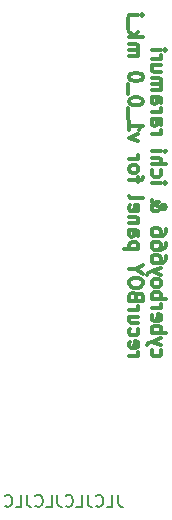
<source format=gbr>
%TF.GenerationSoftware,KiCad,Pcbnew,8.0.5*%
%TF.CreationDate,2025-04-09T14:44:18+10:00*%
%TF.ProjectId,eurorack_panel,6575726f-7261-4636-9b5f-70616e656c2e,rev?*%
%TF.SameCoordinates,Original*%
%TF.FileFunction,Legend,Bot*%
%TF.FilePolarity,Positive*%
%FSLAX46Y46*%
G04 Gerber Fmt 4.6, Leading zero omitted, Abs format (unit mm)*
G04 Created by KiCad (PCBNEW 8.0.5) date 2025-04-09 14:44:18*
%MOMM*%
%LPD*%
G01*
G04 APERTURE LIST*
%ADD10C,0.150000*%
%ADD11C,0.300000*%
G04 APERTURE END LIST*
D10*
X146919048Y-155754819D02*
X146919048Y-156469104D01*
X146919048Y-156469104D02*
X146966667Y-156611961D01*
X146966667Y-156611961D02*
X147061905Y-156707200D01*
X147061905Y-156707200D02*
X147204762Y-156754819D01*
X147204762Y-156754819D02*
X147300000Y-156754819D01*
X145966667Y-156754819D02*
X146442857Y-156754819D01*
X146442857Y-156754819D02*
X146442857Y-155754819D01*
X145061905Y-156659580D02*
X145109524Y-156707200D01*
X145109524Y-156707200D02*
X145252381Y-156754819D01*
X145252381Y-156754819D02*
X145347619Y-156754819D01*
X145347619Y-156754819D02*
X145490476Y-156707200D01*
X145490476Y-156707200D02*
X145585714Y-156611961D01*
X145585714Y-156611961D02*
X145633333Y-156516723D01*
X145633333Y-156516723D02*
X145680952Y-156326247D01*
X145680952Y-156326247D02*
X145680952Y-156183390D01*
X145680952Y-156183390D02*
X145633333Y-155992914D01*
X145633333Y-155992914D02*
X145585714Y-155897676D01*
X145585714Y-155897676D02*
X145490476Y-155802438D01*
X145490476Y-155802438D02*
X145347619Y-155754819D01*
X145347619Y-155754819D02*
X145252381Y-155754819D01*
X145252381Y-155754819D02*
X145109524Y-155802438D01*
X145109524Y-155802438D02*
X145061905Y-155850057D01*
X144347619Y-155754819D02*
X144347619Y-156469104D01*
X144347619Y-156469104D02*
X144395238Y-156611961D01*
X144395238Y-156611961D02*
X144490476Y-156707200D01*
X144490476Y-156707200D02*
X144633333Y-156754819D01*
X144633333Y-156754819D02*
X144728571Y-156754819D01*
X143395238Y-156754819D02*
X143871428Y-156754819D01*
X143871428Y-156754819D02*
X143871428Y-155754819D01*
X142490476Y-156659580D02*
X142538095Y-156707200D01*
X142538095Y-156707200D02*
X142680952Y-156754819D01*
X142680952Y-156754819D02*
X142776190Y-156754819D01*
X142776190Y-156754819D02*
X142919047Y-156707200D01*
X142919047Y-156707200D02*
X143014285Y-156611961D01*
X143014285Y-156611961D02*
X143061904Y-156516723D01*
X143061904Y-156516723D02*
X143109523Y-156326247D01*
X143109523Y-156326247D02*
X143109523Y-156183390D01*
X143109523Y-156183390D02*
X143061904Y-155992914D01*
X143061904Y-155992914D02*
X143014285Y-155897676D01*
X143014285Y-155897676D02*
X142919047Y-155802438D01*
X142919047Y-155802438D02*
X142776190Y-155754819D01*
X142776190Y-155754819D02*
X142680952Y-155754819D01*
X142680952Y-155754819D02*
X142538095Y-155802438D01*
X142538095Y-155802438D02*
X142490476Y-155850057D01*
X141776190Y-155754819D02*
X141776190Y-156469104D01*
X141776190Y-156469104D02*
X141823809Y-156611961D01*
X141823809Y-156611961D02*
X141919047Y-156707200D01*
X141919047Y-156707200D02*
X142061904Y-156754819D01*
X142061904Y-156754819D02*
X142157142Y-156754819D01*
X140823809Y-156754819D02*
X141299999Y-156754819D01*
X141299999Y-156754819D02*
X141299999Y-155754819D01*
X139919047Y-156659580D02*
X139966666Y-156707200D01*
X139966666Y-156707200D02*
X140109523Y-156754819D01*
X140109523Y-156754819D02*
X140204761Y-156754819D01*
X140204761Y-156754819D02*
X140347618Y-156707200D01*
X140347618Y-156707200D02*
X140442856Y-156611961D01*
X140442856Y-156611961D02*
X140490475Y-156516723D01*
X140490475Y-156516723D02*
X140538094Y-156326247D01*
X140538094Y-156326247D02*
X140538094Y-156183390D01*
X140538094Y-156183390D02*
X140490475Y-155992914D01*
X140490475Y-155992914D02*
X140442856Y-155897676D01*
X140442856Y-155897676D02*
X140347618Y-155802438D01*
X140347618Y-155802438D02*
X140204761Y-155754819D01*
X140204761Y-155754819D02*
X140109523Y-155754819D01*
X140109523Y-155754819D02*
X139966666Y-155802438D01*
X139966666Y-155802438D02*
X139919047Y-155850057D01*
X139204761Y-155754819D02*
X139204761Y-156469104D01*
X139204761Y-156469104D02*
X139252380Y-156611961D01*
X139252380Y-156611961D02*
X139347618Y-156707200D01*
X139347618Y-156707200D02*
X139490475Y-156754819D01*
X139490475Y-156754819D02*
X139585713Y-156754819D01*
X138252380Y-156754819D02*
X138728570Y-156754819D01*
X138728570Y-156754819D02*
X138728570Y-155754819D01*
X137347618Y-156659580D02*
X137395237Y-156707200D01*
X137395237Y-156707200D02*
X137538094Y-156754819D01*
X137538094Y-156754819D02*
X137633332Y-156754819D01*
X137633332Y-156754819D02*
X137776189Y-156707200D01*
X137776189Y-156707200D02*
X137871427Y-156611961D01*
X137871427Y-156611961D02*
X137919046Y-156516723D01*
X137919046Y-156516723D02*
X137966665Y-156326247D01*
X137966665Y-156326247D02*
X137966665Y-156183390D01*
X137966665Y-156183390D02*
X137919046Y-155992914D01*
X137919046Y-155992914D02*
X137871427Y-155897676D01*
X137871427Y-155897676D02*
X137776189Y-155802438D01*
X137776189Y-155802438D02*
X137633332Y-155754819D01*
X137633332Y-155754819D02*
X137538094Y-155754819D01*
X137538094Y-155754819D02*
X137395237Y-155802438D01*
X137395237Y-155802438D02*
X137347618Y-155850057D01*
D11*
X149833566Y-143452632D02*
X149776423Y-143566917D01*
X149776423Y-143566917D02*
X149776423Y-143795489D01*
X149776423Y-143795489D02*
X149833566Y-143909774D01*
X149833566Y-143909774D02*
X149890708Y-143966917D01*
X149890708Y-143966917D02*
X150004994Y-144024060D01*
X150004994Y-144024060D02*
X150347851Y-144024060D01*
X150347851Y-144024060D02*
X150462137Y-143966917D01*
X150462137Y-143966917D02*
X150519280Y-143909774D01*
X150519280Y-143909774D02*
X150576423Y-143795489D01*
X150576423Y-143795489D02*
X150576423Y-143566917D01*
X150576423Y-143566917D02*
X150519280Y-143452632D01*
X150576423Y-143052632D02*
X149776423Y-142766918D01*
X150576423Y-142481203D02*
X149776423Y-142766918D01*
X149776423Y-142766918D02*
X149490708Y-142881203D01*
X149490708Y-142881203D02*
X149433566Y-142938346D01*
X149433566Y-142938346D02*
X149376423Y-143052632D01*
X149776423Y-142024060D02*
X150976423Y-142024060D01*
X150519280Y-142024060D02*
X150576423Y-141909775D01*
X150576423Y-141909775D02*
X150576423Y-141681203D01*
X150576423Y-141681203D02*
X150519280Y-141566917D01*
X150519280Y-141566917D02*
X150462137Y-141509775D01*
X150462137Y-141509775D02*
X150347851Y-141452632D01*
X150347851Y-141452632D02*
X150004994Y-141452632D01*
X150004994Y-141452632D02*
X149890708Y-141509775D01*
X149890708Y-141509775D02*
X149833566Y-141566917D01*
X149833566Y-141566917D02*
X149776423Y-141681203D01*
X149776423Y-141681203D02*
X149776423Y-141909775D01*
X149776423Y-141909775D02*
X149833566Y-142024060D01*
X149833566Y-140481203D02*
X149776423Y-140595489D01*
X149776423Y-140595489D02*
X149776423Y-140824061D01*
X149776423Y-140824061D02*
X149833566Y-140938346D01*
X149833566Y-140938346D02*
X149947851Y-140995489D01*
X149947851Y-140995489D02*
X150404994Y-140995489D01*
X150404994Y-140995489D02*
X150519280Y-140938346D01*
X150519280Y-140938346D02*
X150576423Y-140824061D01*
X150576423Y-140824061D02*
X150576423Y-140595489D01*
X150576423Y-140595489D02*
X150519280Y-140481203D01*
X150519280Y-140481203D02*
X150404994Y-140424061D01*
X150404994Y-140424061D02*
X150290708Y-140424061D01*
X150290708Y-140424061D02*
X150176423Y-140995489D01*
X149776423Y-139909775D02*
X150576423Y-139909775D01*
X150347851Y-139909775D02*
X150462137Y-139852632D01*
X150462137Y-139852632D02*
X150519280Y-139795490D01*
X150519280Y-139795490D02*
X150576423Y-139681204D01*
X150576423Y-139681204D02*
X150576423Y-139566918D01*
X149776423Y-139166918D02*
X150976423Y-139166918D01*
X150519280Y-139166918D02*
X150576423Y-139052633D01*
X150576423Y-139052633D02*
X150576423Y-138824061D01*
X150576423Y-138824061D02*
X150519280Y-138709775D01*
X150519280Y-138709775D02*
X150462137Y-138652633D01*
X150462137Y-138652633D02*
X150347851Y-138595490D01*
X150347851Y-138595490D02*
X150004994Y-138595490D01*
X150004994Y-138595490D02*
X149890708Y-138652633D01*
X149890708Y-138652633D02*
X149833566Y-138709775D01*
X149833566Y-138709775D02*
X149776423Y-138824061D01*
X149776423Y-138824061D02*
X149776423Y-139052633D01*
X149776423Y-139052633D02*
X149833566Y-139166918D01*
X149776423Y-137909776D02*
X149833566Y-138024061D01*
X149833566Y-138024061D02*
X149890708Y-138081204D01*
X149890708Y-138081204D02*
X150004994Y-138138347D01*
X150004994Y-138138347D02*
X150347851Y-138138347D01*
X150347851Y-138138347D02*
X150462137Y-138081204D01*
X150462137Y-138081204D02*
X150519280Y-138024061D01*
X150519280Y-138024061D02*
X150576423Y-137909776D01*
X150576423Y-137909776D02*
X150576423Y-137738347D01*
X150576423Y-137738347D02*
X150519280Y-137624061D01*
X150519280Y-137624061D02*
X150462137Y-137566919D01*
X150462137Y-137566919D02*
X150347851Y-137509776D01*
X150347851Y-137509776D02*
X150004994Y-137509776D01*
X150004994Y-137509776D02*
X149890708Y-137566919D01*
X149890708Y-137566919D02*
X149833566Y-137624061D01*
X149833566Y-137624061D02*
X149776423Y-137738347D01*
X149776423Y-137738347D02*
X149776423Y-137909776D01*
X150576423Y-137109776D02*
X149776423Y-136824062D01*
X150576423Y-136538347D02*
X149776423Y-136824062D01*
X149776423Y-136824062D02*
X149490708Y-136938347D01*
X149490708Y-136938347D02*
X149433566Y-136995490D01*
X149433566Y-136995490D02*
X149376423Y-137109776D01*
X150976423Y-135566919D02*
X150976423Y-135795490D01*
X150976423Y-135795490D02*
X150919280Y-135909776D01*
X150919280Y-135909776D02*
X150862137Y-135966919D01*
X150862137Y-135966919D02*
X150690708Y-136081204D01*
X150690708Y-136081204D02*
X150462137Y-136138347D01*
X150462137Y-136138347D02*
X150004994Y-136138347D01*
X150004994Y-136138347D02*
X149890708Y-136081204D01*
X149890708Y-136081204D02*
X149833566Y-136024061D01*
X149833566Y-136024061D02*
X149776423Y-135909776D01*
X149776423Y-135909776D02*
X149776423Y-135681204D01*
X149776423Y-135681204D02*
X149833566Y-135566919D01*
X149833566Y-135566919D02*
X149890708Y-135509776D01*
X149890708Y-135509776D02*
X150004994Y-135452633D01*
X150004994Y-135452633D02*
X150290708Y-135452633D01*
X150290708Y-135452633D02*
X150404994Y-135509776D01*
X150404994Y-135509776D02*
X150462137Y-135566919D01*
X150462137Y-135566919D02*
X150519280Y-135681204D01*
X150519280Y-135681204D02*
X150519280Y-135909776D01*
X150519280Y-135909776D02*
X150462137Y-136024061D01*
X150462137Y-136024061D02*
X150404994Y-136081204D01*
X150404994Y-136081204D02*
X150290708Y-136138347D01*
X150976423Y-134424062D02*
X150976423Y-134652633D01*
X150976423Y-134652633D02*
X150919280Y-134766919D01*
X150919280Y-134766919D02*
X150862137Y-134824062D01*
X150862137Y-134824062D02*
X150690708Y-134938347D01*
X150690708Y-134938347D02*
X150462137Y-134995490D01*
X150462137Y-134995490D02*
X150004994Y-134995490D01*
X150004994Y-134995490D02*
X149890708Y-134938347D01*
X149890708Y-134938347D02*
X149833566Y-134881204D01*
X149833566Y-134881204D02*
X149776423Y-134766919D01*
X149776423Y-134766919D02*
X149776423Y-134538347D01*
X149776423Y-134538347D02*
X149833566Y-134424062D01*
X149833566Y-134424062D02*
X149890708Y-134366919D01*
X149890708Y-134366919D02*
X150004994Y-134309776D01*
X150004994Y-134309776D02*
X150290708Y-134309776D01*
X150290708Y-134309776D02*
X150404994Y-134366919D01*
X150404994Y-134366919D02*
X150462137Y-134424062D01*
X150462137Y-134424062D02*
X150519280Y-134538347D01*
X150519280Y-134538347D02*
X150519280Y-134766919D01*
X150519280Y-134766919D02*
X150462137Y-134881204D01*
X150462137Y-134881204D02*
X150404994Y-134938347D01*
X150404994Y-134938347D02*
X150290708Y-134995490D01*
X150976423Y-133281205D02*
X150976423Y-133509776D01*
X150976423Y-133509776D02*
X150919280Y-133624062D01*
X150919280Y-133624062D02*
X150862137Y-133681205D01*
X150862137Y-133681205D02*
X150690708Y-133795490D01*
X150690708Y-133795490D02*
X150462137Y-133852633D01*
X150462137Y-133852633D02*
X150004994Y-133852633D01*
X150004994Y-133852633D02*
X149890708Y-133795490D01*
X149890708Y-133795490D02*
X149833566Y-133738347D01*
X149833566Y-133738347D02*
X149776423Y-133624062D01*
X149776423Y-133624062D02*
X149776423Y-133395490D01*
X149776423Y-133395490D02*
X149833566Y-133281205D01*
X149833566Y-133281205D02*
X149890708Y-133224062D01*
X149890708Y-133224062D02*
X150004994Y-133166919D01*
X150004994Y-133166919D02*
X150290708Y-133166919D01*
X150290708Y-133166919D02*
X150404994Y-133224062D01*
X150404994Y-133224062D02*
X150462137Y-133281205D01*
X150462137Y-133281205D02*
X150519280Y-133395490D01*
X150519280Y-133395490D02*
X150519280Y-133624062D01*
X150519280Y-133624062D02*
X150462137Y-133738347D01*
X150462137Y-133738347D02*
X150404994Y-133795490D01*
X150404994Y-133795490D02*
X150290708Y-133852633D01*
X149776423Y-130766919D02*
X149776423Y-130824062D01*
X149776423Y-130824062D02*
X149833566Y-130938347D01*
X149833566Y-130938347D02*
X150004994Y-131109776D01*
X150004994Y-131109776D02*
X150347851Y-131395490D01*
X150347851Y-131395490D02*
X150519280Y-131509776D01*
X150519280Y-131509776D02*
X150690708Y-131566919D01*
X150690708Y-131566919D02*
X150804994Y-131566919D01*
X150804994Y-131566919D02*
X150919280Y-131509776D01*
X150919280Y-131509776D02*
X150976423Y-131395490D01*
X150976423Y-131395490D02*
X150976423Y-131338347D01*
X150976423Y-131338347D02*
X150919280Y-131224062D01*
X150919280Y-131224062D02*
X150804994Y-131166919D01*
X150804994Y-131166919D02*
X150747851Y-131166919D01*
X150747851Y-131166919D02*
X150633566Y-131224062D01*
X150633566Y-131224062D02*
X150576423Y-131281204D01*
X150576423Y-131281204D02*
X150347851Y-131624062D01*
X150347851Y-131624062D02*
X150290708Y-131681204D01*
X150290708Y-131681204D02*
X150176423Y-131738347D01*
X150176423Y-131738347D02*
X150004994Y-131738347D01*
X150004994Y-131738347D02*
X149890708Y-131681204D01*
X149890708Y-131681204D02*
X149833566Y-131624062D01*
X149833566Y-131624062D02*
X149776423Y-131509776D01*
X149776423Y-131509776D02*
X149776423Y-131338347D01*
X149776423Y-131338347D02*
X149833566Y-131224062D01*
X149833566Y-131224062D02*
X149890708Y-131166919D01*
X149890708Y-131166919D02*
X150119280Y-130995490D01*
X150119280Y-130995490D02*
X150290708Y-130938347D01*
X150290708Y-130938347D02*
X150404994Y-130938347D01*
X149776423Y-129338347D02*
X150576423Y-129338347D01*
X150976423Y-129338347D02*
X150919280Y-129395490D01*
X150919280Y-129395490D02*
X150862137Y-129338347D01*
X150862137Y-129338347D02*
X150919280Y-129281204D01*
X150919280Y-129281204D02*
X150976423Y-129338347D01*
X150976423Y-129338347D02*
X150862137Y-129338347D01*
X149833566Y-128252633D02*
X149776423Y-128366918D01*
X149776423Y-128366918D02*
X149776423Y-128595490D01*
X149776423Y-128595490D02*
X149833566Y-128709775D01*
X149833566Y-128709775D02*
X149890708Y-128766918D01*
X149890708Y-128766918D02*
X150004994Y-128824061D01*
X150004994Y-128824061D02*
X150347851Y-128824061D01*
X150347851Y-128824061D02*
X150462137Y-128766918D01*
X150462137Y-128766918D02*
X150519280Y-128709775D01*
X150519280Y-128709775D02*
X150576423Y-128595490D01*
X150576423Y-128595490D02*
X150576423Y-128366918D01*
X150576423Y-128366918D02*
X150519280Y-128252633D01*
X149776423Y-127738347D02*
X150976423Y-127738347D01*
X149776423Y-127224062D02*
X150404994Y-127224062D01*
X150404994Y-127224062D02*
X150519280Y-127281204D01*
X150519280Y-127281204D02*
X150576423Y-127395490D01*
X150576423Y-127395490D02*
X150576423Y-127566919D01*
X150576423Y-127566919D02*
X150519280Y-127681204D01*
X150519280Y-127681204D02*
X150462137Y-127738347D01*
X149776423Y-126652633D02*
X150576423Y-126652633D01*
X150976423Y-126652633D02*
X150919280Y-126709776D01*
X150919280Y-126709776D02*
X150862137Y-126652633D01*
X150862137Y-126652633D02*
X150919280Y-126595490D01*
X150919280Y-126595490D02*
X150976423Y-126652633D01*
X150976423Y-126652633D02*
X150862137Y-126652633D01*
X149776423Y-125166918D02*
X150576423Y-125166918D01*
X150347851Y-125166918D02*
X150462137Y-125109775D01*
X150462137Y-125109775D02*
X150519280Y-125052633D01*
X150519280Y-125052633D02*
X150576423Y-124938347D01*
X150576423Y-124938347D02*
X150576423Y-124824061D01*
X149776423Y-123909776D02*
X150404994Y-123909776D01*
X150404994Y-123909776D02*
X150519280Y-123966918D01*
X150519280Y-123966918D02*
X150576423Y-124081204D01*
X150576423Y-124081204D02*
X150576423Y-124309776D01*
X150576423Y-124309776D02*
X150519280Y-124424061D01*
X149833566Y-123909776D02*
X149776423Y-124024061D01*
X149776423Y-124024061D02*
X149776423Y-124309776D01*
X149776423Y-124309776D02*
X149833566Y-124424061D01*
X149833566Y-124424061D02*
X149947851Y-124481204D01*
X149947851Y-124481204D02*
X150062137Y-124481204D01*
X150062137Y-124481204D02*
X150176423Y-124424061D01*
X150176423Y-124424061D02*
X150233566Y-124309776D01*
X150233566Y-124309776D02*
X150233566Y-124024061D01*
X150233566Y-124024061D02*
X150290708Y-123909776D01*
X149776423Y-123338347D02*
X150576423Y-123338347D01*
X150347851Y-123338347D02*
X150462137Y-123281204D01*
X150462137Y-123281204D02*
X150519280Y-123224062D01*
X150519280Y-123224062D02*
X150576423Y-123109776D01*
X150576423Y-123109776D02*
X150576423Y-122995490D01*
X149776423Y-122081205D02*
X150404994Y-122081205D01*
X150404994Y-122081205D02*
X150519280Y-122138347D01*
X150519280Y-122138347D02*
X150576423Y-122252633D01*
X150576423Y-122252633D02*
X150576423Y-122481205D01*
X150576423Y-122481205D02*
X150519280Y-122595490D01*
X149833566Y-122081205D02*
X149776423Y-122195490D01*
X149776423Y-122195490D02*
X149776423Y-122481205D01*
X149776423Y-122481205D02*
X149833566Y-122595490D01*
X149833566Y-122595490D02*
X149947851Y-122652633D01*
X149947851Y-122652633D02*
X150062137Y-122652633D01*
X150062137Y-122652633D02*
X150176423Y-122595490D01*
X150176423Y-122595490D02*
X150233566Y-122481205D01*
X150233566Y-122481205D02*
X150233566Y-122195490D01*
X150233566Y-122195490D02*
X150290708Y-122081205D01*
X149776423Y-121509776D02*
X150576423Y-121509776D01*
X150462137Y-121509776D02*
X150519280Y-121452633D01*
X150519280Y-121452633D02*
X150576423Y-121338348D01*
X150576423Y-121338348D02*
X150576423Y-121166919D01*
X150576423Y-121166919D02*
X150519280Y-121052633D01*
X150519280Y-121052633D02*
X150404994Y-120995491D01*
X150404994Y-120995491D02*
X149776423Y-120995491D01*
X150404994Y-120995491D02*
X150519280Y-120938348D01*
X150519280Y-120938348D02*
X150576423Y-120824062D01*
X150576423Y-120824062D02*
X150576423Y-120652633D01*
X150576423Y-120652633D02*
X150519280Y-120538348D01*
X150519280Y-120538348D02*
X150404994Y-120481205D01*
X150404994Y-120481205D02*
X149776423Y-120481205D01*
X150576423Y-119395491D02*
X149776423Y-119395491D01*
X150576423Y-119909776D02*
X149947851Y-119909776D01*
X149947851Y-119909776D02*
X149833566Y-119852633D01*
X149833566Y-119852633D02*
X149776423Y-119738348D01*
X149776423Y-119738348D02*
X149776423Y-119566919D01*
X149776423Y-119566919D02*
X149833566Y-119452633D01*
X149833566Y-119452633D02*
X149890708Y-119395491D01*
X149776423Y-118824062D02*
X150576423Y-118824062D01*
X150347851Y-118824062D02*
X150462137Y-118766919D01*
X150462137Y-118766919D02*
X150519280Y-118709777D01*
X150519280Y-118709777D02*
X150576423Y-118595491D01*
X150576423Y-118595491D02*
X150576423Y-118481205D01*
X149776423Y-118081205D02*
X150576423Y-118081205D01*
X150976423Y-118081205D02*
X150919280Y-118138348D01*
X150919280Y-118138348D02*
X150862137Y-118081205D01*
X150862137Y-118081205D02*
X150919280Y-118024062D01*
X150919280Y-118024062D02*
X150976423Y-118081205D01*
X150976423Y-118081205D02*
X150862137Y-118081205D01*
X147844490Y-143966917D02*
X148644490Y-143966917D01*
X148415918Y-143966917D02*
X148530204Y-143909774D01*
X148530204Y-143909774D02*
X148587347Y-143852632D01*
X148587347Y-143852632D02*
X148644490Y-143738346D01*
X148644490Y-143738346D02*
X148644490Y-143624060D01*
X147901633Y-142766917D02*
X147844490Y-142881203D01*
X147844490Y-142881203D02*
X147844490Y-143109775D01*
X147844490Y-143109775D02*
X147901633Y-143224060D01*
X147901633Y-143224060D02*
X148015918Y-143281203D01*
X148015918Y-143281203D02*
X148473061Y-143281203D01*
X148473061Y-143281203D02*
X148587347Y-143224060D01*
X148587347Y-143224060D02*
X148644490Y-143109775D01*
X148644490Y-143109775D02*
X148644490Y-142881203D01*
X148644490Y-142881203D02*
X148587347Y-142766917D01*
X148587347Y-142766917D02*
X148473061Y-142709775D01*
X148473061Y-142709775D02*
X148358775Y-142709775D01*
X148358775Y-142709775D02*
X148244490Y-143281203D01*
X147901633Y-141681204D02*
X147844490Y-141795489D01*
X147844490Y-141795489D02*
X147844490Y-142024061D01*
X147844490Y-142024061D02*
X147901633Y-142138346D01*
X147901633Y-142138346D02*
X147958775Y-142195489D01*
X147958775Y-142195489D02*
X148073061Y-142252632D01*
X148073061Y-142252632D02*
X148415918Y-142252632D01*
X148415918Y-142252632D02*
X148530204Y-142195489D01*
X148530204Y-142195489D02*
X148587347Y-142138346D01*
X148587347Y-142138346D02*
X148644490Y-142024061D01*
X148644490Y-142024061D02*
X148644490Y-141795489D01*
X148644490Y-141795489D02*
X148587347Y-141681204D01*
X148644490Y-140652633D02*
X147844490Y-140652633D01*
X148644490Y-141166918D02*
X148015918Y-141166918D01*
X148015918Y-141166918D02*
X147901633Y-141109775D01*
X147901633Y-141109775D02*
X147844490Y-140995490D01*
X147844490Y-140995490D02*
X147844490Y-140824061D01*
X147844490Y-140824061D02*
X147901633Y-140709775D01*
X147901633Y-140709775D02*
X147958775Y-140652633D01*
X147844490Y-140081204D02*
X148644490Y-140081204D01*
X148415918Y-140081204D02*
X148530204Y-140024061D01*
X148530204Y-140024061D02*
X148587347Y-139966919D01*
X148587347Y-139966919D02*
X148644490Y-139852633D01*
X148644490Y-139852633D02*
X148644490Y-139738347D01*
X148473061Y-138938347D02*
X148415918Y-138766919D01*
X148415918Y-138766919D02*
X148358775Y-138709776D01*
X148358775Y-138709776D02*
X148244490Y-138652633D01*
X148244490Y-138652633D02*
X148073061Y-138652633D01*
X148073061Y-138652633D02*
X147958775Y-138709776D01*
X147958775Y-138709776D02*
X147901633Y-138766919D01*
X147901633Y-138766919D02*
X147844490Y-138881204D01*
X147844490Y-138881204D02*
X147844490Y-139338347D01*
X147844490Y-139338347D02*
X149044490Y-139338347D01*
X149044490Y-139338347D02*
X149044490Y-138938347D01*
X149044490Y-138938347D02*
X148987347Y-138824062D01*
X148987347Y-138824062D02*
X148930204Y-138766919D01*
X148930204Y-138766919D02*
X148815918Y-138709776D01*
X148815918Y-138709776D02*
X148701633Y-138709776D01*
X148701633Y-138709776D02*
X148587347Y-138766919D01*
X148587347Y-138766919D02*
X148530204Y-138824062D01*
X148530204Y-138824062D02*
X148473061Y-138938347D01*
X148473061Y-138938347D02*
X148473061Y-139338347D01*
X149044490Y-137909776D02*
X149044490Y-137681204D01*
X149044490Y-137681204D02*
X148987347Y-137566919D01*
X148987347Y-137566919D02*
X148873061Y-137452633D01*
X148873061Y-137452633D02*
X148644490Y-137395490D01*
X148644490Y-137395490D02*
X148244490Y-137395490D01*
X148244490Y-137395490D02*
X148015918Y-137452633D01*
X148015918Y-137452633D02*
X147901633Y-137566919D01*
X147901633Y-137566919D02*
X147844490Y-137681204D01*
X147844490Y-137681204D02*
X147844490Y-137909776D01*
X147844490Y-137909776D02*
X147901633Y-138024062D01*
X147901633Y-138024062D02*
X148015918Y-138138347D01*
X148015918Y-138138347D02*
X148244490Y-138195490D01*
X148244490Y-138195490D02*
X148644490Y-138195490D01*
X148644490Y-138195490D02*
X148873061Y-138138347D01*
X148873061Y-138138347D02*
X148987347Y-138024062D01*
X148987347Y-138024062D02*
X149044490Y-137909776D01*
X148415918Y-136652633D02*
X147844490Y-136652633D01*
X149044490Y-137052633D02*
X148415918Y-136652633D01*
X148415918Y-136652633D02*
X149044490Y-136252633D01*
X148644490Y-134938347D02*
X147444490Y-134938347D01*
X148587347Y-134938347D02*
X148644490Y-134824062D01*
X148644490Y-134824062D02*
X148644490Y-134595490D01*
X148644490Y-134595490D02*
X148587347Y-134481204D01*
X148587347Y-134481204D02*
X148530204Y-134424062D01*
X148530204Y-134424062D02*
X148415918Y-134366919D01*
X148415918Y-134366919D02*
X148073061Y-134366919D01*
X148073061Y-134366919D02*
X147958775Y-134424062D01*
X147958775Y-134424062D02*
X147901633Y-134481204D01*
X147901633Y-134481204D02*
X147844490Y-134595490D01*
X147844490Y-134595490D02*
X147844490Y-134824062D01*
X147844490Y-134824062D02*
X147901633Y-134938347D01*
X147844490Y-133338348D02*
X148473061Y-133338348D01*
X148473061Y-133338348D02*
X148587347Y-133395490D01*
X148587347Y-133395490D02*
X148644490Y-133509776D01*
X148644490Y-133509776D02*
X148644490Y-133738348D01*
X148644490Y-133738348D02*
X148587347Y-133852633D01*
X147901633Y-133338348D02*
X147844490Y-133452633D01*
X147844490Y-133452633D02*
X147844490Y-133738348D01*
X147844490Y-133738348D02*
X147901633Y-133852633D01*
X147901633Y-133852633D02*
X148015918Y-133909776D01*
X148015918Y-133909776D02*
X148130204Y-133909776D01*
X148130204Y-133909776D02*
X148244490Y-133852633D01*
X148244490Y-133852633D02*
X148301633Y-133738348D01*
X148301633Y-133738348D02*
X148301633Y-133452633D01*
X148301633Y-133452633D02*
X148358775Y-133338348D01*
X148644490Y-132766919D02*
X147844490Y-132766919D01*
X148530204Y-132766919D02*
X148587347Y-132709776D01*
X148587347Y-132709776D02*
X148644490Y-132595491D01*
X148644490Y-132595491D02*
X148644490Y-132424062D01*
X148644490Y-132424062D02*
X148587347Y-132309776D01*
X148587347Y-132309776D02*
X148473061Y-132252634D01*
X148473061Y-132252634D02*
X147844490Y-132252634D01*
X147901633Y-131224062D02*
X147844490Y-131338348D01*
X147844490Y-131338348D02*
X147844490Y-131566920D01*
X147844490Y-131566920D02*
X147901633Y-131681205D01*
X147901633Y-131681205D02*
X148015918Y-131738348D01*
X148015918Y-131738348D02*
X148473061Y-131738348D01*
X148473061Y-131738348D02*
X148587347Y-131681205D01*
X148587347Y-131681205D02*
X148644490Y-131566920D01*
X148644490Y-131566920D02*
X148644490Y-131338348D01*
X148644490Y-131338348D02*
X148587347Y-131224062D01*
X148587347Y-131224062D02*
X148473061Y-131166920D01*
X148473061Y-131166920D02*
X148358775Y-131166920D01*
X148358775Y-131166920D02*
X148244490Y-131738348D01*
X147844490Y-130481206D02*
X147901633Y-130595491D01*
X147901633Y-130595491D02*
X148015918Y-130652634D01*
X148015918Y-130652634D02*
X149044490Y-130652634D01*
X148644490Y-129281206D02*
X148644490Y-128824063D01*
X147844490Y-129109777D02*
X148873061Y-129109777D01*
X148873061Y-129109777D02*
X148987347Y-129052634D01*
X148987347Y-129052634D02*
X149044490Y-128938349D01*
X149044490Y-128938349D02*
X149044490Y-128824063D01*
X147844490Y-128252635D02*
X147901633Y-128366920D01*
X147901633Y-128366920D02*
X147958775Y-128424063D01*
X147958775Y-128424063D02*
X148073061Y-128481206D01*
X148073061Y-128481206D02*
X148415918Y-128481206D01*
X148415918Y-128481206D02*
X148530204Y-128424063D01*
X148530204Y-128424063D02*
X148587347Y-128366920D01*
X148587347Y-128366920D02*
X148644490Y-128252635D01*
X148644490Y-128252635D02*
X148644490Y-128081206D01*
X148644490Y-128081206D02*
X148587347Y-127966920D01*
X148587347Y-127966920D02*
X148530204Y-127909778D01*
X148530204Y-127909778D02*
X148415918Y-127852635D01*
X148415918Y-127852635D02*
X148073061Y-127852635D01*
X148073061Y-127852635D02*
X147958775Y-127909778D01*
X147958775Y-127909778D02*
X147901633Y-127966920D01*
X147901633Y-127966920D02*
X147844490Y-128081206D01*
X147844490Y-128081206D02*
X147844490Y-128252635D01*
X147844490Y-127338349D02*
X148644490Y-127338349D01*
X148415918Y-127338349D02*
X148530204Y-127281206D01*
X148530204Y-127281206D02*
X148587347Y-127224064D01*
X148587347Y-127224064D02*
X148644490Y-127109778D01*
X148644490Y-127109778D02*
X148644490Y-126995492D01*
X148644490Y-125795492D02*
X147844490Y-125509778D01*
X147844490Y-125509778D02*
X148644490Y-125224063D01*
X147844490Y-124138349D02*
X147844490Y-124824063D01*
X147844490Y-124481206D02*
X149044490Y-124481206D01*
X149044490Y-124481206D02*
X148873061Y-124595492D01*
X148873061Y-124595492D02*
X148758775Y-124709777D01*
X148758775Y-124709777D02*
X148701633Y-124824063D01*
X147730204Y-123909778D02*
X147730204Y-122995492D01*
X149044490Y-122481206D02*
X149044490Y-122366920D01*
X149044490Y-122366920D02*
X148987347Y-122252634D01*
X148987347Y-122252634D02*
X148930204Y-122195492D01*
X148930204Y-122195492D02*
X148815918Y-122138349D01*
X148815918Y-122138349D02*
X148587347Y-122081206D01*
X148587347Y-122081206D02*
X148301633Y-122081206D01*
X148301633Y-122081206D02*
X148073061Y-122138349D01*
X148073061Y-122138349D02*
X147958775Y-122195492D01*
X147958775Y-122195492D02*
X147901633Y-122252634D01*
X147901633Y-122252634D02*
X147844490Y-122366920D01*
X147844490Y-122366920D02*
X147844490Y-122481206D01*
X147844490Y-122481206D02*
X147901633Y-122595492D01*
X147901633Y-122595492D02*
X147958775Y-122652634D01*
X147958775Y-122652634D02*
X148073061Y-122709777D01*
X148073061Y-122709777D02*
X148301633Y-122766920D01*
X148301633Y-122766920D02*
X148587347Y-122766920D01*
X148587347Y-122766920D02*
X148815918Y-122709777D01*
X148815918Y-122709777D02*
X148930204Y-122652634D01*
X148930204Y-122652634D02*
X148987347Y-122595492D01*
X148987347Y-122595492D02*
X149044490Y-122481206D01*
X147730204Y-121852635D02*
X147730204Y-120938349D01*
X149044490Y-120424063D02*
X149044490Y-120309777D01*
X149044490Y-120309777D02*
X148987347Y-120195491D01*
X148987347Y-120195491D02*
X148930204Y-120138349D01*
X148930204Y-120138349D02*
X148815918Y-120081206D01*
X148815918Y-120081206D02*
X148587347Y-120024063D01*
X148587347Y-120024063D02*
X148301633Y-120024063D01*
X148301633Y-120024063D02*
X148073061Y-120081206D01*
X148073061Y-120081206D02*
X147958775Y-120138349D01*
X147958775Y-120138349D02*
X147901633Y-120195491D01*
X147901633Y-120195491D02*
X147844490Y-120309777D01*
X147844490Y-120309777D02*
X147844490Y-120424063D01*
X147844490Y-120424063D02*
X147901633Y-120538349D01*
X147901633Y-120538349D02*
X147958775Y-120595491D01*
X147958775Y-120595491D02*
X148073061Y-120652634D01*
X148073061Y-120652634D02*
X148301633Y-120709777D01*
X148301633Y-120709777D02*
X148587347Y-120709777D01*
X148587347Y-120709777D02*
X148815918Y-120652634D01*
X148815918Y-120652634D02*
X148930204Y-120595491D01*
X148930204Y-120595491D02*
X148987347Y-120538349D01*
X148987347Y-120538349D02*
X149044490Y-120424063D01*
X147844490Y-118595491D02*
X148644490Y-118595491D01*
X148530204Y-118595491D02*
X148587347Y-118538348D01*
X148587347Y-118538348D02*
X148644490Y-118424063D01*
X148644490Y-118424063D02*
X148644490Y-118252634D01*
X148644490Y-118252634D02*
X148587347Y-118138348D01*
X148587347Y-118138348D02*
X148473061Y-118081206D01*
X148473061Y-118081206D02*
X147844490Y-118081206D01*
X148473061Y-118081206D02*
X148587347Y-118024063D01*
X148587347Y-118024063D02*
X148644490Y-117909777D01*
X148644490Y-117909777D02*
X148644490Y-117738348D01*
X148644490Y-117738348D02*
X148587347Y-117624063D01*
X148587347Y-117624063D02*
X148473061Y-117566920D01*
X148473061Y-117566920D02*
X147844490Y-117566920D01*
X147844490Y-116995491D02*
X149044490Y-116995491D01*
X148301633Y-116881206D02*
X147844490Y-116538348D01*
X148644490Y-116538348D02*
X148187347Y-116995491D01*
X147730204Y-116309777D02*
X147730204Y-115395491D01*
X147844490Y-115109776D02*
X148644490Y-115109776D01*
X149044490Y-115109776D02*
X148987347Y-115166919D01*
X148987347Y-115166919D02*
X148930204Y-115109776D01*
X148930204Y-115109776D02*
X148987347Y-115052633D01*
X148987347Y-115052633D02*
X149044490Y-115109776D01*
X149044490Y-115109776D02*
X148930204Y-115109776D01*
M02*

</source>
